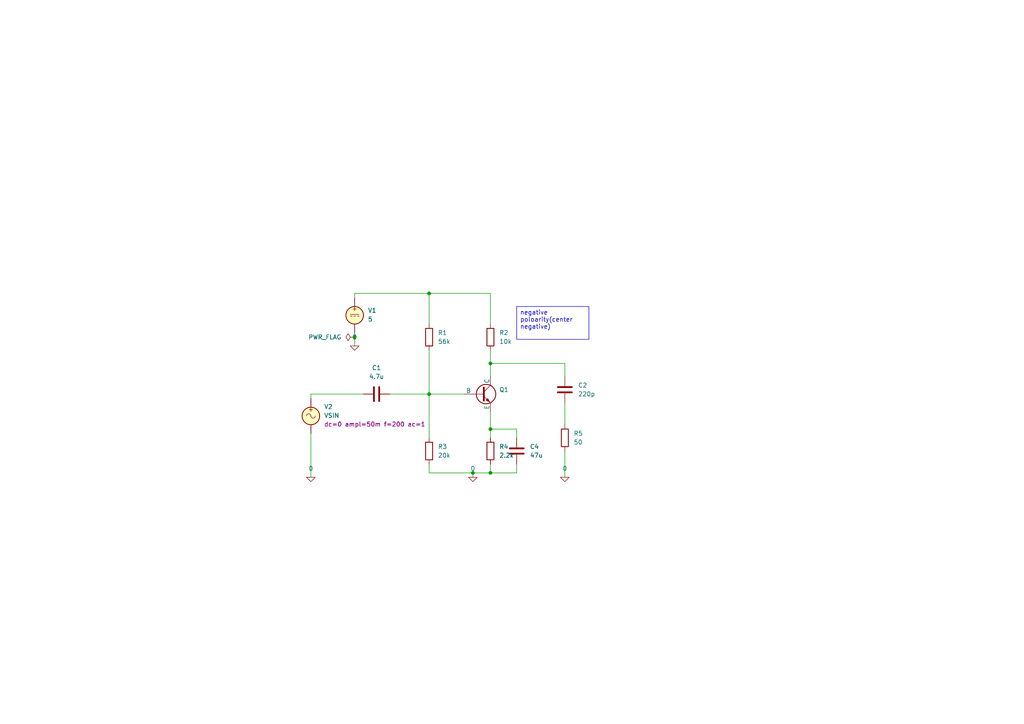
<source format=kicad_sch>
(kicad_sch (version 20231120) (generator "eeschema") (generator_version "8.0")
  (paper "A4")
  (lib_symbols
    (symbol "Device:C" (pin_numbers hide) (pin_names (offset 0.254))
      (property "Reference" "C" (at 0.635 2.54 0))
      (property "Value" "C" (at 0.635 -2.54 0))
      (symbol "C_0_1"
        (polyline (pts (xy -2.032 -0.762) (xy 2.032 -0.762)) (stroke (width 0.508)))
        (polyline (pts (xy -2.032 0.762) (xy 2.032 0.762)) (stroke (width 0.508)))
      )
      (symbol "C_1_1"
        (pin passive line (at 0 3.81 270) (length 2.794) (name "~") (number "1"))
        (pin passive line (at 0 -3.81 90) (length 2.794) (name "~") (number "2"))
      )
    )
    (symbol "Device:R" (pin_numbers hide) (pin_names (offset 0))
      (property "Reference" "R" (at 2.032 0 90))
      (property "Value" "R" (at 0 0 90))
      (symbol "R_0_1"
        (rectangle (start -1.016 -2.54) (end 1.016 2.54) (stroke (width 0.254)))
      )
      (symbol "R_1_1"
        (pin passive line (at 0 3.81 270) (length 1.27) (name "~") (number "1"))
        (pin passive line (at 0 -3.81 90) (length 1.27) (name "~") (number "2"))
      )
    )
    (symbol "Simulation_SPICE:0" (power) (pin_numbers hide) (pin_names (offset 0) hide)
      (property "Value" "0" (at 0 -2.54 0))
      (symbol "0_0_1"
        (polyline (pts (xy -1.27 0) (xy 0 -1.27) (xy 1.27 0) (xy -1.27 0)))
      )
      (symbol "0_1_1"
        (pin power_in line (at 0 0 0) (length 0) (name "~") (number "1"))
      )
    )
    (symbol "Simulation_SPICE:NPN" (pin_numbers hide) (pin_names (offset 0))
      (property "Reference" "Q" (at -2.54 7.62 0))
      (property "Value" "NPN" (at -2.54 5.08 0))
      (symbol "NPN_0_1"
        (polyline (pts (xy -2.54 0) (xy 0.635 0)) (stroke (width 0.1524)))
        (polyline (pts (xy 0.635 0.635) (xy 2.54 2.54)))
        (polyline (pts (xy 2.794 -1.27) (xy 2.794 -1.27)) (stroke (width 0.1524)))
        (polyline (pts (xy 2.794 -1.27) (xy 2.794 -1.27)) (stroke (width 0.1524)))
        (polyline (pts (xy 0.635 -0.635) (xy 2.54 -2.54) (xy 2.54 -2.54)))
        (polyline (pts (xy 0.635 1.905) (xy 0.635 -1.905) (xy 0.635 -1.905)) (stroke (width 0.508)))
        (polyline (pts (xy 1.27 -1.778) (xy 1.778 -1.27) (xy 2.286 -2.286) (xy 1.27 -1.778) (xy 1.27 -1.778)) (fill (type outline)))
        (circle (center 1.27 0) (radius 2.8194) (stroke (width 0.254)))
      )
      (symbol "NPN_1_1"
        (pin open_collector line (at 2.54 5.08 270) (length 2.54) (name "C") (number "1"))
        (pin input line (at -5.08 0 0) (length 2.54) (name "B") (number "2"))
        (pin open_emitter line (at 2.54 -5.08 90) (length 2.54) (name "E") (number "3"))
      )
    )
    (symbol "Simulation_SPICE:VDC" (pin_numbers hide) (pin_names (offset 0.0254))
      (property "Reference" "V" (at 2.54 2.54 0))
      (property "Value" "1" (at 2.54 0 0))
      (symbol "VDC_0_0"
        (polyline (pts (xy -1.27 0.254) (xy 1.27 0.254)))
        (polyline (pts (xy -0.762 -0.254) (xy -1.27 -0.254)))
        (polyline (pts (xy 0.254 -0.254) (xy -0.254 -0.254)))
        (polyline (pts (xy 1.27 -0.254) (xy 0.762 -0.254)))
        (text "+" (at 0 1.905 0) (effects (font (size 1.27 1.27))))
      )
      (symbol "VDC_0_1"
        (circle (center 0 0) (radius 2.54) (stroke (width 0.254)) (fill (type background)))
      )
      (symbol "VDC_1_1"
        (pin passive line (at 0 5.08 270) (length 2.54) (name "~") (number "1"))
        (pin passive line (at 0 -5.08 90) (length 2.54) (name "~") (number "2"))
      )
    )
    (symbol "Simulation_SPICE:VSIN" (pin_numbers hide) (pin_names (offset 0.0254))
      (property "Reference" "V" (at 2.54 2.54 0))
      (property "Value" "VSIN" (at 2.54 0 0))
      (property "Sim.Params" "dc=0 ampl=1 f=1k ac=1" (at 2.54 -2.54 0))
      (symbol "VSIN_0_0"
        (arc (start 0 0) (mid -0.635 0.6323) (end -1.27 0))
        (arc (start 0 0) (mid 0.635 -0.6323) (end 1.27 0))
        (text "+" (at 0 1.905 0) (effects (font (size 1.27 1.27))))
      )
      (symbol "VSIN_0_1"
        (circle (center 0 0) (radius 2.54) (stroke (width 0.254)) (fill (type background)))
      )
      (symbol "VSIN_1_1"
        (pin passive line (at 0 5.08 270) (length 2.54) (name "~") (number "1"))
        (pin passive line (at 0 -5.08 90) (length 2.54) (name "~") (number "2"))
      )
    )
    (symbol "power:PWR_FLAG" (power) (pin_numbers hide) (pin_names (offset 0) hide)
      (property "Value" "PWR_FLAG" (at 0 3.81 0))
      (symbol "PWR_FLAG_0_0"
        (pin power_out line (at 0 0 90) (length 0) (name "~") (number "1"))
      )
      (symbol "PWR_FLAG_0_1"
        (polyline (pts (xy 0 0) (xy 0 1.27) (xy -1.016 1.905) (xy 0 2.54) (xy 1.016 1.905) (xy 0 1.27)))
      )
    )
  )
  (junction (at 142.24 124.46))
  (junction (at 102.87 97.79))
  (junction (at 142.24 105.41))
  (junction (at 137.16 137.16))
  (junction (at 124.46 85.09))
  (junction (at 124.46 114.3))
  (junction (at 142.24 137.16))
  (wire (pts (xy 149.86 124.46) (xy 149.86 127)))
  (wire (pts (xy 142.24 134.62) (xy 142.24 137.16)))
  (wire (pts (xy 102.87 96.52) (xy 102.87 97.79)))
  (wire (pts (xy 142.24 137.16) (xy 137.16 137.16)))
  (wire (pts (xy 124.46 85.09) (xy 142.24 85.09)))
  (wire (pts (xy 124.46 114.3) (xy 134.62 114.3)))
  (wire (pts (xy 163.83 130.81) (xy 163.83 138.43)))
  (wire (pts (xy 149.86 134.62) (xy 149.86 137.16)))
  (wire (pts (xy 124.46 134.62) (xy 124.46 137.16)))
  (wire (pts (xy 142.24 101.6) (xy 142.24 105.41)))
  (wire (pts (xy 163.83 109.22) (xy 163.83 105.41)))
  (wire (pts (xy 102.87 97.79) (xy 102.87 100.33)))
  (wire (pts (xy 142.24 124.46) (xy 149.86 124.46)))
  (wire (pts (xy 90.17 114.3) (xy 105.41 114.3)))
  (wire (pts (xy 124.46 114.3) (xy 124.46 127)))
  (wire (pts (xy 102.87 86.36) (xy 102.87 85.09)))
  (wire (pts (xy 149.86 137.16) (xy 142.24 137.16)))
  (wire (pts (xy 113.03 114.3) (xy 124.46 114.3)))
  (wire (pts (xy 137.16 137.16) (xy 137.16 138.43)))
  (wire (pts (xy 124.46 101.6) (xy 124.46 114.3)))
  (wire (pts (xy 90.17 115.57) (xy 90.17 114.3)))
  (wire (pts (xy 163.83 116.84) (xy 163.83 123.19)))
  (wire (pts (xy 142.24 85.09) (xy 142.24 93.98)))
  (wire (pts (xy 124.46 137.16) (xy 137.16 137.16)))
  (wire (pts (xy 124.46 85.09) (xy 124.46 93.98)))
  (wire (pts (xy 142.24 119.38) (xy 142.24 124.46)))
  (wire (pts (xy 142.24 105.41) (xy 142.24 109.22)))
  (wire (pts (xy 142.24 105.41) (xy 163.83 105.41)))
  (wire (pts (xy 142.24 124.46) (xy 142.24 127)))
  (wire (pts (xy 90.17 125.73) (xy 90.17 138.43)))
  (wire (pts (xy 102.87 85.09) (xy 124.46 85.09)))
  (text_box "negative poloarity(center negative)\n" (at 149.86 88.9 0) (size 20.955 9.525) (effects (font (size 1.27 1.27)) (justify left top)))
  (symbol (lib_id "power:PWR_FLAG") (at 102.87 97.79 90) (unit 1)
    (property "Reference" "#FLG01" (effects (hide yes)))
    (property "Value" "PWR_FLAG" (at 99.06 97.7899 90) (effects (justify left)))
    (property "Description" "Special symbol for telling ERC where power comes from" (effects (hide yes)))
  )
  (symbol (lib_id "Simulation_SPICE:0") (at 90.17 138.43 0) (unit 1)
    (property "Reference" "#GND03" (effects (hide yes)))
    (property "Value" "0" (at 90.17 135.89 0))
    (property "Datasheet" "https://ngspice.sourceforge.io/docs/ngspice-html-manual/manual.xhtml#subsec_Circuit_elements__device" (effects (hide yes)))
    (property "Description" "0V reference potential for simulation" (effects (hide yes)))
  )
  (symbol (lib_id "Simulation_SPICE:0") (at 163.83 138.43 0) (unit 1)
    (property "Reference" "#GND04" (effects (hide yes)))
    (property "Value" "0" (at 163.83 135.89 0))
    (property "Datasheet" "https://ngspice.sourceforge.io/docs/ngspice-html-manual/manual.xhtml#subsec_Circuit_elements__device" (effects (hide yes)))
    (property "Description" "0V reference potential for simulation" (effects (hide yes)))
  )
  (symbol (lib_id "Device:R") (at 124.46 97.79 0) (unit 1)
    (property "Reference" "R1" (at 127 96.5199 0) (effects (justify left)))
    (property "Value" "56k" (at 127 99.0599 0) (effects (justify left)))
    (property "Description" "Resistor" (effects (hide yes)))
  )
  (symbol (lib_id "Device:R") (at 163.83 127 0) (unit 1)
    (property "Reference" "R5" (at 166.37 125.7299 0) (effects (justify left)))
    (property "Value" "50" (at 166.37 128.2699 0) (effects (justify left)))
    (property "Description" "Resistor" (effects (hide yes)))
  )
  (symbol (lib_id "Device:C") (at 163.83 113.03 0) (unit 1)
    (property "Reference" "C2" (at 167.64 111.7599 0) (effects (justify left)))
    (property "Value" "220p" (at 167.64 114.2999 0) (effects (justify left)))
    (property "Description" "Unpolarized capacitor" (effects (hide yes)))
  )
  (symbol (lib_id "Device:R") (at 142.24 130.81 0) (unit 1)
    (property "Reference" "R4" (at 144.78 129.5399 0) (effects (justify left)))
    (property "Value" "2.2k" (at 144.78 132.0799 0) (effects (justify left)))
    (property "Description" "Resistor" (effects (hide yes)))
  )
  (symbol (lib_id "Simulation_SPICE:VSIN") (at 90.17 120.65 0) (unit 1)
    (property "Reference" "V2" (at 93.98 117.9801 0) (effects (justify left)))
    (property "Value" "VSIN" (at 93.98 120.5201 0) (effects (justify left)))
    (property "Datasheet" "https://ngspice.sourceforge.io/docs/ngspice-html-manual/manual.xhtml#sec_Independent_Sources_for" (effects (hide yes)))
    (property "Description" "Voltage source, sinusoidal" (effects (hide yes)))
    (property "Sim.Pins" "1=+ 2=-" (effects (hide yes)))
    (property "Sim.Params" "dc=0 ampl=50m f=200 ac=1" (at 93.98 123.0601 0) (effects (justify left)))
    (property "Sim.Type" "SIN" (effects (hide yes)))
    (property "Sim.Device" "V" (effects (hide yes)))
  )
  (symbol (lib_id "Device:R") (at 142.24 97.79 0) (unit 1)
    (property "Reference" "R2" (at 144.78 96.5199 0) (effects (justify left)))
    (property "Value" "10k" (at 144.78 99.0599 0) (effects (justify left)))
    (property "Description" "Resistor" (effects (hide yes)))
  )
  (symbol (lib_id "Simulation_SPICE:VDC") (at 102.87 91.44 0) (unit 1)
    (property "Reference" "V1" (at 106.68 90.0401 0) (effects (justify left)))
    (property "Value" "5" (at 106.68 92.5801 0) (effects (justify left)))
    (property "Datasheet" "https://ngspice.sourceforge.io/docs/ngspice-html-manual/manual.xhtml#sec_Independent_Sources_for" (effects (hide yes)))
    (property "Description" "Voltage source, DC" (effects (hide yes)))
    (property "Sim.Pins" "1=+ 2=-" (effects (hide yes)))
    (property "Sim.Type" "DC" (effects (hide yes)))
    (property "Sim.Device" "V" (effects (hide yes)))
  )
  (symbol (lib_id "Simulation_SPICE:NPN") (at 139.7 114.3 0) (unit 1)
    (property "Reference" "Q1" (at 144.78 113.0299 0) (effects (justify left)))
    (property "Value" "NPN" (effects (hide yes)))
    (property "Datasheet" "https://ngspice.sourceforge.io/docs/ngspice-html-manual/manual.xhtml#cha_BJTs" (effects (hide yes)))
    (property "Description" "Bipolar transistor symbol for simulation only, substrate tied to the emitter" (effects (hide yes)))
    (property "Sim.Device" "NPN" (effects (hide yes)))
    (property "Sim.Type" "GUMMELPOON" (effects (hide yes)))
    (property "Sim.Pins" "1=C 2=B 3=E" (effects (hide yes)))
  )
  (symbol (lib_id "Device:R") (at 124.46 130.81 0) (unit 1)
    (property "Reference" "R3" (at 127 129.5399 0) (effects (justify left)))
    (property "Value" "20k" (at 127 132.0799 0) (effects (justify left)))
    (property "Description" "Resistor" (effects (hide yes)))
  )
  (symbol (lib_id "Device:C") (at 109.22 114.3 90) (unit 1)
    (property "Reference" "C1" (at 109.22 106.68 90))
    (property "Value" "4.7u" (at 109.22 109.22 90))
    (property "Description" "Unpolarized capacitor" (effects (hide yes)))
  )
  (symbol (lib_id "Simulation_SPICE:0") (at 102.87 100.33 0) (unit 1)
    (property "Reference" "#GND01" (effects (hide yes)))
    (property "Value" "0" (at 102.87 97.79 0))
    (property "Datasheet" "https://ngspice.sourceforge.io/docs/ngspice-html-manual/manual.xhtml#subsec_Circuit_elements__device" (effects (hide yes)))
    (property "Description" "0V reference potential for simulation" (effects (hide yes)))
  )
  (symbol (lib_id "Simulation_SPICE:0") (at 137.16 138.43 0) (unit 1)
    (property "Reference" "#GND02" (effects (hide yes)))
    (property "Value" "0" (at 137.16 135.89 0))
    (property "Datasheet" "https://ngspice.sourceforge.io/docs/ngspice-html-manual/manual.xhtml#subsec_Circuit_elements__device" (effects (hide yes)))
    (property "Description" "0V reference potential for simulation" (effects (hide yes)))
  )
  (symbol (lib_id "Device:C") (at 149.86 130.81 0) (unit 1)
    (property "Reference" "C4" (at 153.67 129.5399 0) (effects (justify left)))
    (property "Value" "47u" (at 153.67 132.0799 0) (effects (justify left)))
    (property "Description" "Unpolarized capacitor" (effects (hide yes)))
  )
)
</source>
